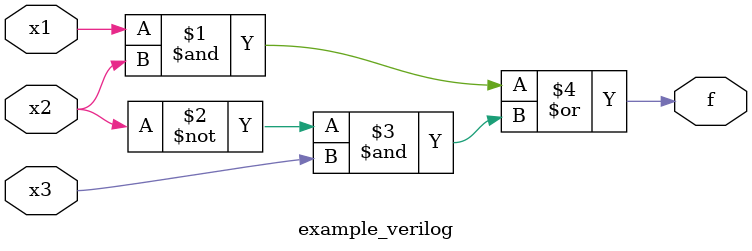
<source format=v>
module example_verilog (x1, x2, x3, f);
	input x1, x2, x3;
	output f;
	
	assign f = (x1 & x2) | (~x2 & x3);
endmodule


</source>
